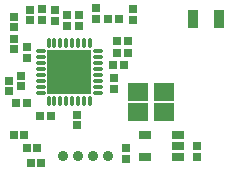
<source format=gts>
%TF.GenerationSoftware,Altium Limited,Altium Designer,24.5.2 (23)*%
G04 Layer_Color=8388736*
%FSLAX45Y45*%
%MOMM*%
%TF.SameCoordinates,A44132E1-8554-4EB8-AD62-5007B9A5CA4B*%
%TF.FilePolarity,Negative*%
%TF.FileFunction,Soldermask,Top*%
%TF.Part,Single*%
G01*
G75*
%TA.AperFunction,SMDPad,CuDef*%
%ADD37R,0.65000X0.75000*%
%ADD38R,0.75000X0.65000*%
%ADD39R,0.84000X1.57000*%
%ADD40R,0.72000X0.80000*%
%ADD41R,0.80000X0.72000*%
%ADD42R,0.72000X0.69000*%
%ADD43R,0.69000X0.72000*%
%ADD44R,1.10000X0.70000*%
%ADD45R,1.80000X1.60000*%
%ADD46O,0.35000X0.90000*%
%ADD47O,0.90000X0.35000*%
%ADD48R,3.80000X3.80000*%
%TA.AperFunction,ComponentPad*%
%ADD49C,0.90000*%
D37*
X1157356Y412852D02*
D03*
Y497852D02*
D03*
X623159Y1249970D02*
D03*
Y1334970D02*
D03*
X680143Y831106D02*
D03*
Y746106D02*
D03*
X582209Y792344D02*
D03*
Y707344D02*
D03*
X622300Y1147400D02*
D03*
Y1062400D02*
D03*
D38*
X618806Y328783D02*
D03*
X703806D02*
D03*
X735150Y222408D02*
D03*
X820150D02*
D03*
X849260Y94119D02*
D03*
X764260D02*
D03*
D39*
X2357259Y1310876D02*
D03*
X2140259D02*
D03*
D40*
X734573Y1074119D02*
D03*
Y982118D02*
D03*
X1471201Y811753D02*
D03*
Y719753D02*
D03*
X758116Y1301741D02*
D03*
Y1393741D02*
D03*
X1169590Y1255872D02*
D03*
Y1347872D02*
D03*
X861478Y1394722D02*
D03*
Y1302722D02*
D03*
X971200Y1392398D02*
D03*
Y1300398D02*
D03*
X1317281Y1311717D02*
D03*
Y1403717D02*
D03*
X1625603Y1307984D02*
D03*
Y1399984D02*
D03*
X2173108Y148917D02*
D03*
Y240917D02*
D03*
X1569218Y131935D02*
D03*
Y223935D02*
D03*
D41*
X932653Y492294D02*
D03*
X840653D02*
D03*
X642428Y604640D02*
D03*
X734429D02*
D03*
X1460124Y923569D02*
D03*
X1552124D02*
D03*
X1497355Y1025632D02*
D03*
X1589355D02*
D03*
X1498225Y1130034D02*
D03*
X1590225D02*
D03*
D42*
X1071398Y1253799D02*
D03*
Y1344799D02*
D03*
D43*
X1421198Y1310876D02*
D03*
X1512198D02*
D03*
D44*
X1733880Y145606D02*
D03*
Y335606D02*
D03*
X2008880D02*
D03*
Y240606D02*
D03*
Y145606D02*
D03*
D45*
X1891348Y524222D02*
D03*
Y694222D02*
D03*
X1671348Y524222D02*
D03*
Y694222D02*
D03*
D46*
X1264196Y1108287D02*
D03*
X1214196D02*
D03*
X1164196D02*
D03*
X1114196D02*
D03*
X1064196D02*
D03*
X1014196D02*
D03*
X964196D02*
D03*
X914196D02*
D03*
Y623287D02*
D03*
X964196D02*
D03*
X1014196D02*
D03*
X1064196D02*
D03*
X1114196D02*
D03*
X1164196D02*
D03*
X1214196D02*
D03*
X1264196D02*
D03*
D47*
X846696Y1040787D02*
D03*
Y990787D02*
D03*
Y940787D02*
D03*
Y890787D02*
D03*
Y840787D02*
D03*
Y790787D02*
D03*
Y740787D02*
D03*
Y690787D02*
D03*
X1331696D02*
D03*
Y740787D02*
D03*
Y790787D02*
D03*
Y840787D02*
D03*
Y890787D02*
D03*
Y940787D02*
D03*
Y990787D02*
D03*
Y1040787D02*
D03*
D48*
X1089196Y865787D02*
D03*
D49*
X1417734Y155806D02*
D03*
X1290734D02*
D03*
X1163734D02*
D03*
X1036734D02*
D03*
%TF.MD5,97d5e5c53581a330707ec7d155a9e8a1*%
M02*

</source>
